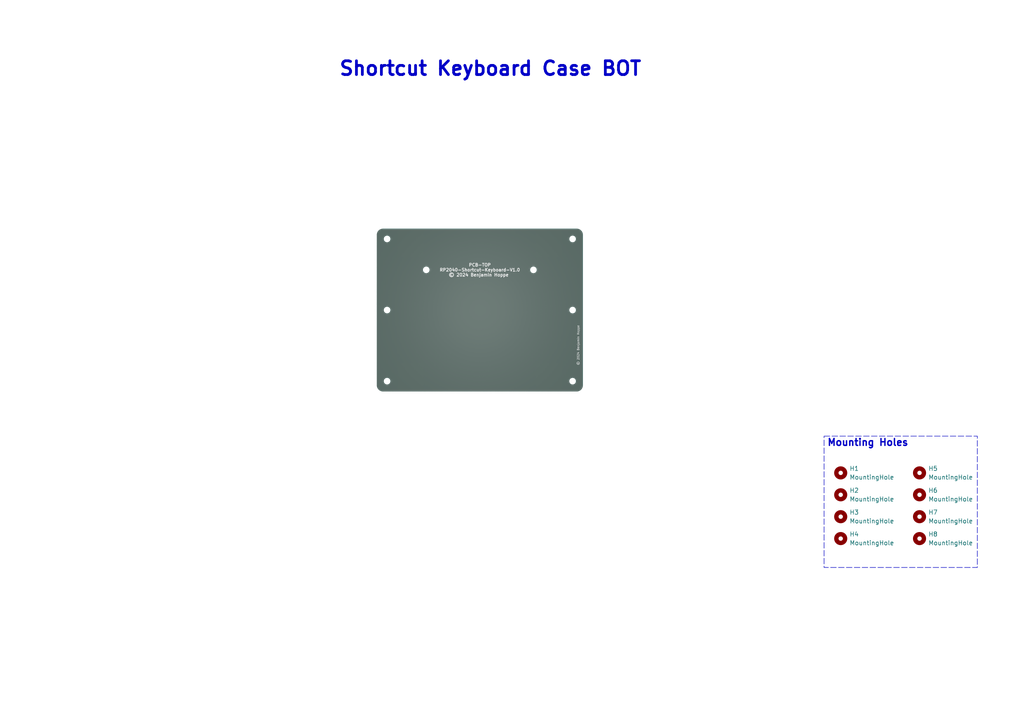
<source format=kicad_sch>
(kicad_sch (version 20231120) (generator "eeschema") (generator_version "8.0")
  (paper "A4")
  (lib_symbols
    (symbol "Mechanical:MountingHole" (pin_names (offset 1.016))
      (property "Reference" "H" (at 0 5.08 0))
      (property "Value" "MountingHole" (at 0 3.175 0))
      (symbol "MountingHole_0_1"
        (circle (center 0 0) (radius 1.27) (stroke (width 1.27)))
      )
    )
  )
  (rectangle (start 239.014 126.492) (end 283.464 164.592) (stroke (width 0) (type dash)))
  (image (at 139.192 89.916) (scale 0.153935))
  (text "Shortcut Keyboard Case BOT" (at 142.24 20.066 0) (effects (font (size 4 4) (thickness 0.8) (bold yes))))
  (text "Mounting Holes" (at 251.714 128.524 0) (effects (font (size 2 2) (thickness 0.4) (bold yes))))
  (symbol (lib_id "Mechanical:MountingHole") (at 266.7 149.86 0) (unit 1)
    (property "Reference" "H7" (at 269.24 148.5899 0) (effects (justify left)))
    (property "Value" "MountingHole" (at 269.24 151.1299 0) (effects (justify left)))
    (property "Footprint" "MountingHole:MountingHole_3.2mm_M3" (effects (hide yes)))
  )
  (symbol (lib_id "Mechanical:MountingHole") (at 243.84 137.16 0) (unit 1)
    (property "Reference" "H1" (at 246.38 135.8899 0) (effects (justify left)))
    (property "Value" "MountingHole" (at 246.38 138.4299 0) (effects (justify left)))
    (property "Footprint" "MountingHole:MountingHole_3.2mm_M3" (effects (hide yes)))
  )
  (symbol (lib_id "Mechanical:MountingHole") (at 266.7 156.21 0) (unit 1)
    (property "Reference" "H8" (at 269.24 154.9399 0) (effects (justify left)))
    (property "Value" "MountingHole" (at 269.24 157.4799 0) (effects (justify left)))
    (property "Footprint" "MountingHole:MountingHole_3.2mm_M3" (effects (hide yes)))
  )
  (symbol (lib_id "Mechanical:MountingHole") (at 243.84 143.51 0) (unit 1)
    (property "Reference" "H2" (at 246.38 142.2399 0) (effects (justify left)))
    (property "Value" "MountingHole" (at 246.38 144.7799 0) (effects (justify left)))
    (property "Footprint" "MountingHole:MountingHole_3.2mm_M3" (effects (hide yes)))
  )
  (symbol (lib_id "Mechanical:MountingHole") (at 243.84 149.86 0) (unit 1)
    (property "Reference" "H3" (at 246.38 148.5899 0) (effects (justify left)))
    (property "Value" "MountingHole" (at 246.38 151.1299 0) (effects (justify left)))
    (property "Footprint" "MountingHole:MountingHole_3.2mm_M3" (effects (hide yes)))
  )
  (symbol (lib_id "Mechanical:MountingHole") (at 266.7 137.16 0) (unit 1)
    (property "Reference" "H5" (at 269.24 135.8899 0) (effects (justify left)))
    (property "Value" "MountingHole" (at 269.24 138.4299 0) (effects (justify left)))
    (property "Footprint" "MountingHole:MountingHole_3.2mm_M3" (effects (hide yes)))
  )
  (symbol (lib_id "Mechanical:MountingHole") (at 243.84 156.21 0) (unit 1)
    (property "Reference" "H4" (at 246.38 154.9399 0) (effects (justify left)))
    (property "Value" "MountingHole" (at 246.38 157.4799 0) (effects (justify left)))
    (property "Footprint" "MountingHole:MountingHole_3.2mm_M3" (effects (hide yes)))
  )
  (symbol (lib_id "Mechanical:MountingHole") (at 266.7 143.51 0) (unit 1)
    (property "Reference" "H6" (at 269.24 142.2399 0) (effects (justify left)))
    (property "Value" "MountingHole" (at 269.24 144.7799 0) (effects (justify left)))
    (property "Footprint" "MountingHole:MountingHole_3.2mm_M3" (effects (hide yes)))
  )
)
</source>
